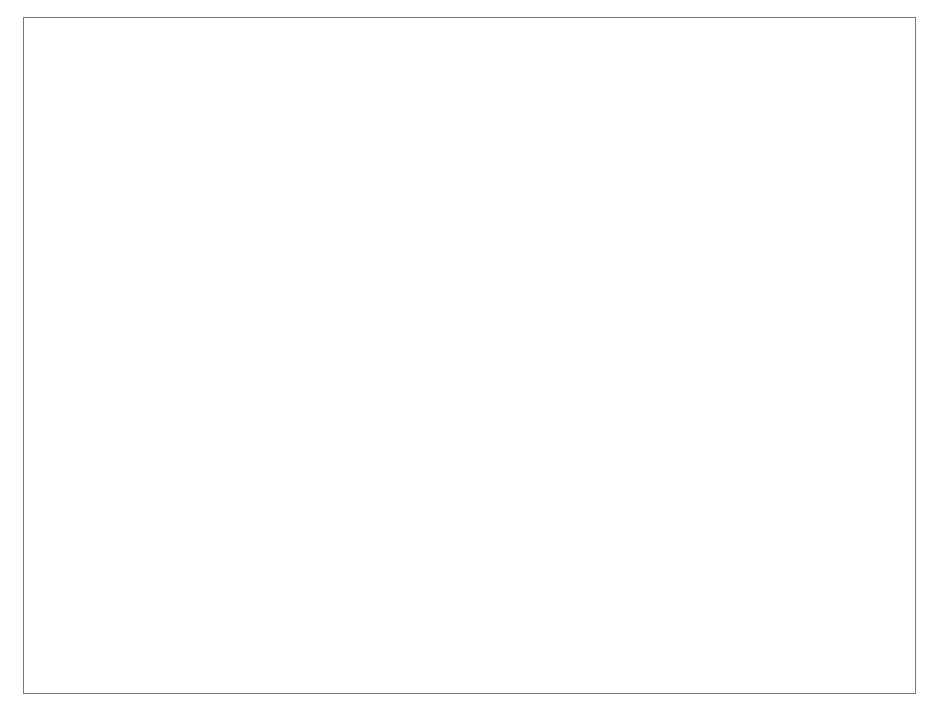
<source format=gm1>
%FSLAX25Y25*%
%MOIN*%
G70*
G01*
G75*
G04 Layer_Color=16711935*
%ADD10C,0.00787*%
%ADD11C,0.01575*%
%ADD12C,0.02756*%
%ADD13C,0.03150*%
%ADD14C,0.01969*%
%ADD15C,0.01181*%
%ADD16C,0.03937*%
%ADD17C,0.02362*%
%ADD18C,0.05906*%
%ADD19R,0.03937X0.03937*%
%ADD20O,0.08661X0.02362*%
%ADD21C,0.03937*%
%ADD22R,0.09449X0.06693*%
%ADD23R,0.15748X0.06299*%
%ADD24R,0.07874X0.05512*%
%ADD25R,0.05512X0.07874*%
%ADD26R,0.01181X0.02874*%
%ADD27R,0.02874X0.01181*%
%ADD28R,0.09843X0.09843*%
%ADD29C,0.05906*%
%ADD30R,0.05118X0.05118*%
%ADD31C,0.05118*%
%ADD32R,0.06890X0.06890*%
%ADD33C,0.06890*%
%ADD34C,0.06102*%
%ADD35R,0.06102X0.06102*%
%ADD36R,0.06102X0.06102*%
%ADD37R,0.06102X0.06000*%
%ADD38C,0.19685*%
%ADD39R,0.08071X0.08071*%
%ADD40C,0.08071*%
%ADD41C,0.02756*%
%ADD42C,0.02362*%
%ADD43R,0.10039X0.11614*%
%ADD44R,0.03937X0.03937*%
%ADD45R,0.08976X0.07480*%
%ADD46R,0.02362X0.05512*%
%ADD47R,0.08583X0.06378*%
%ADD48O,0.07008X0.02362*%
%ADD49R,0.07087X0.05906*%
%ADD50C,0.01000*%
%ADD51C,0.00984*%
%ADD52C,0.00591*%
%ADD53C,0.06693*%
%ADD54R,0.04724X0.04724*%
%ADD55O,0.09449X0.03150*%
%ADD56C,0.04724*%
%ADD57R,0.10236X0.07480*%
%ADD58R,0.16535X0.07087*%
%ADD59R,0.08661X0.06299*%
%ADD60R,0.06299X0.08661*%
%ADD61R,0.01969X0.03661*%
%ADD62R,0.03661X0.01969*%
%ADD63R,0.10630X0.10630*%
%ADD64R,0.05906X0.05906*%
%ADD65R,0.07677X0.07677*%
%ADD66C,0.07677*%
%ADD67R,0.06890X0.06890*%
%ADD68R,0.06890X0.06787*%
%ADD69C,0.20472*%
%ADD70R,0.08858X0.08858*%
%ADD71C,0.08858*%
%ADD72R,0.10827X0.12402*%
%ADD73R,0.04724X0.04724*%
%ADD74R,0.09764X0.08268*%
%ADD75R,0.03150X0.06299*%
%ADD76R,0.09370X0.07165*%
%ADD77O,0.07795X0.03150*%
%ADD78R,0.07874X0.06693*%
%ADD79C,0.00394*%
D79*
X-0Y0D02*
X297244D01*
X297244Y225472D01*
X-0D02*
X297244D01*
X-0Y0D02*
Y225472D01*
M02*

</source>
